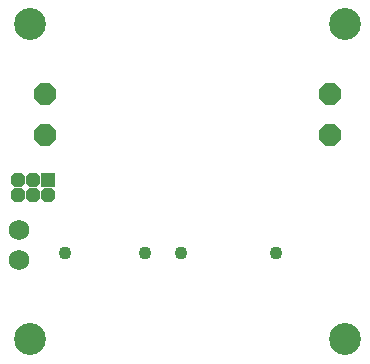
<source format=gbs>
G75*
%MOIN*%
%OFA0B0*%
%FSLAX25Y25*%
%IPPOS*%
%LPD*%
%AMOC8*
5,1,8,0,0,1.08239X$1,22.5*
%
%ADD10C,0.10643*%
%ADD11OC8,0.07296*%
%ADD12C,0.04343*%
%ADD13R,0.04759X0.04759*%
%ADD14OC8,0.04759*%
%ADD15C,0.06800*%
D10*
X0021500Y0048333D03*
X0021500Y0153333D03*
X0126500Y0153333D03*
X0126500Y0048333D03*
D11*
X0121500Y0116444D03*
X0121500Y0130223D03*
X0026500Y0130223D03*
X0026500Y0116444D03*
D12*
X0033114Y0077083D03*
X0059886Y0077083D03*
X0071815Y0077083D03*
X0103311Y0077083D03*
D13*
X0027437Y0101458D03*
D14*
X0027437Y0096458D03*
X0022437Y0096458D03*
X0022437Y0101458D03*
X0017438Y0101458D03*
X0017438Y0096458D03*
D15*
X0017750Y0084896D03*
X0017750Y0074896D03*
M02*

</source>
